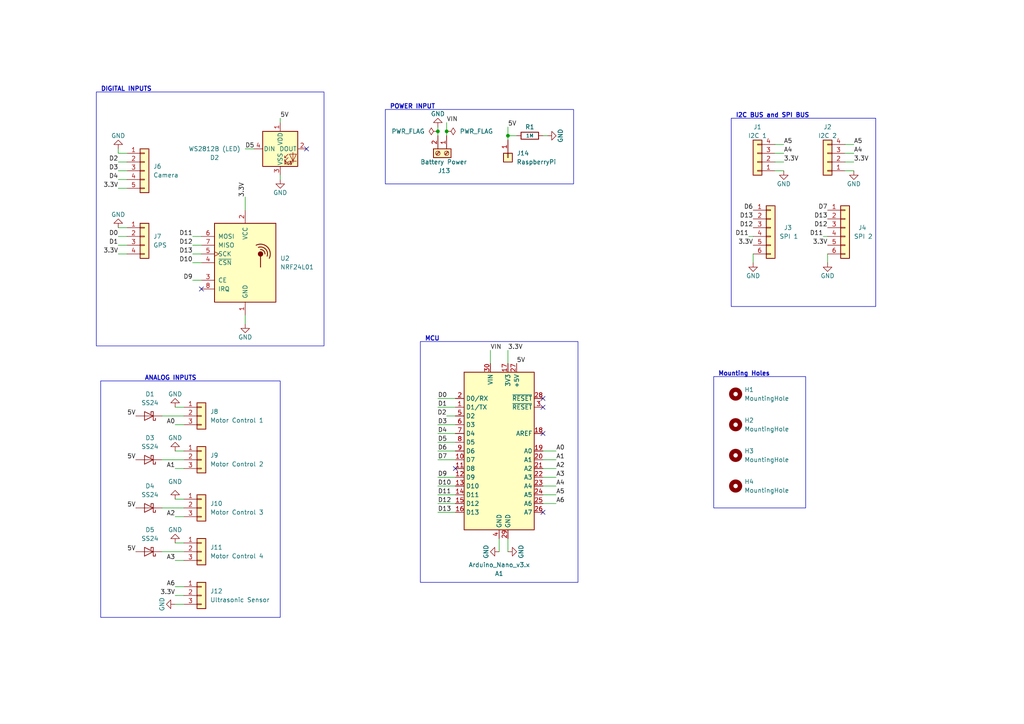
<source format=kicad_sch>
(kicad_sch (version 20230121) (generator eeschema)
  (paper "A4")
  (lib_symbols
    (symbol "Connector:Screw_Terminal_01x02" (pin_names (offset 1.016) hide)
      (property "Reference" "J" (at 0 2.54 0))
      (property "Value" "Screw_Terminal_01x02" (at 0 -5.08 0))
      (symbol "Screw_Terminal_01x02_1_1"
        (rectangle (start -1.27 1.27) (end 1.27 -3.81) (stroke (width 0.254)) (fill (type background)))
        (circle (center 0 -2.54) (radius 0.635) (stroke (width 0.1524)))
        (polyline (pts (xy -0.5334 -2.2098) (xy 0.3302 -3.048)) (stroke (width 0.1524)))
        (polyline (pts (xy -0.5334 0.3302) (xy 0.3302 -0.508)) (stroke (width 0.1524)))
        (polyline (pts (xy -0.3556 -2.032) (xy 0.508 -2.8702)) (stroke (width 0.1524)))
        (polyline (pts (xy -0.3556 0.508) (xy 0.508 -0.3302)) (stroke (width 0.1524)))
        (circle (center 0 0) (radius 0.635) (stroke (width 0.1524)))
        (pin passive line (at -5.08 0 0) (length 3.81) (name "Pin_1") (number "1"))
        (pin passive line (at -5.08 -2.54 0) (length 3.81) (name "Pin_2") (number "2"))
      )
    )
    (symbol "Connector_Generic:Conn_01x01" (pin_names (offset 1.016) hide)
      (property "Reference" "J" (at 0 2.54 0))
      (property "Value" "Conn_01x01" (at 0 -2.54 0))
      (symbol "Conn_01x01_1_1"
        (rectangle (start -1.27 0.127) (end 0 -0.127) (stroke (width 0.1524)))
        (rectangle (start -1.27 1.27) (end 1.27 -1.27) (stroke (width 0.254)) (fill (type background)))
        (pin passive line (at -5.08 0 0) (length 3.81) (name "Pin_1") (number "1"))
      )
    )
    (symbol "Connector_Generic:Conn_01x03" (pin_names (offset 1.016) hide)
      (property "Reference" "J" (at 0 5.08 0))
      (property "Value" "Conn_01x03" (at 0 -5.08 0))
      (symbol "Conn_01x03_1_1"
        (rectangle (start -1.27 -2.413) (end 0 -2.667) (stroke (width 0.1524)))
        (rectangle (start -1.27 0.127) (end 0 -0.127) (stroke (width 0.1524)))
        (rectangle (start -1.27 2.667) (end 0 2.413) (stroke (width 0.1524)))
        (rectangle (start -1.27 3.81) (end 1.27 -3.81) (stroke (width 0.254)) (fill (type background)))
        (pin passive line (at -5.08 2.54 0) (length 3.81) (name "Pin_1") (number "1"))
        (pin passive line (at -5.08 0 0) (length 3.81) (name "Pin_2") (number "2"))
        (pin passive line (at -5.08 -2.54 0) (length 3.81) (name "Pin_3") (number "3"))
      )
    )
    (symbol "Connector_Generic:Conn_01x04" (pin_names (offset 1.016) hide)
      (property "Reference" "J" (at 0 5.08 0))
      (property "Value" "Conn_01x04" (at 0 -7.62 0))
      (symbol "Conn_01x04_1_1"
        (rectangle (start -1.27 -4.953) (end 0 -5.207) (stroke (width 0.1524)))
        (rectangle (start -1.27 -2.413) (end 0 -2.667) (stroke (width 0.1524)))
        (rectangle (start -1.27 0.127) (end 0 -0.127) (stroke (width 0.1524)))
        (rectangle (start -1.27 2.667) (end 0 2.413) (stroke (width 0.1524)))
        (rectangle (start -1.27 3.81) (end 1.27 -6.35) (stroke (width 0.254)) (fill (type background)))
        (pin passive line (at -5.08 2.54 0) (length 3.81) (name "Pin_1") (number "1"))
        (pin passive line (at -5.08 0 0) (length 3.81) (name "Pin_2") (number "2"))
        (pin passive line (at -5.08 -2.54 0) (length 3.81) (name "Pin_3") (number "3"))
        (pin passive line (at -5.08 -5.08 0) (length 3.81) (name "Pin_4") (number "4"))
      )
    )
    (symbol "Connector_Generic:Conn_01x05" (pin_names (offset 1.016) hide)
      (property "Reference" "J" (at 0 7.62 0))
      (property "Value" "Conn_01x05" (at 0 -7.62 0))
      (symbol "Conn_01x05_1_1"
        (rectangle (start -1.27 -4.953) (end 0 -5.207) (stroke (width 0.1524)))
        (rectangle (start -1.27 -2.413) (end 0 -2.667) (stroke (width 0.1524)))
        (rectangle (start -1.27 0.127) (end 0 -0.127) (stroke (width 0.1524)))
        (rectangle (start -1.27 2.667) (end 0 2.413) (stroke (width 0.1524)))
        (rectangle (start -1.27 5.207) (end 0 4.953) (stroke (width 0.1524)))
        (rectangle (start -1.27 6.35) (end 1.27 -6.35) (stroke (width 0.254)) (fill (type background)))
        (pin passive line (at -5.08 5.08 0) (length 3.81) (name "Pin_1") (number "1"))
        (pin passive line (at -5.08 2.54 0) (length 3.81) (name "Pin_2") (number "2"))
        (pin passive line (at -5.08 0 0) (length 3.81) (name "Pin_3") (number "3"))
        (pin passive line (at -5.08 -2.54 0) (length 3.81) (name "Pin_4") (number "4"))
        (pin passive line (at -5.08 -5.08 0) (length 3.81) (name "Pin_5") (number "5"))
      )
    )
    (symbol "Connector_Generic:Conn_01x06" (pin_names (offset 1.016) hide)
      (property "Reference" "J" (at 0 7.62 0))
      (property "Value" "Conn_01x06" (at 0 -10.16 0))
      (symbol "Conn_01x06_1_1"
        (rectangle (start -1.27 -7.493) (end 0 -7.747) (stroke (width 0.1524)))
        (rectangle (start -1.27 -4.953) (end 0 -5.207) (stroke (width 0.1524)))
        (rectangle (start -1.27 -2.413) (end 0 -2.667) (stroke (width 0.1524)))
        (rectangle (start -1.27 0.127) (end 0 -0.127) (stroke (width 0.1524)))
        (rectangle (start -1.27 2.667) (end 0 2.413) (stroke (width 0.1524)))
        (rectangle (start -1.27 5.207) (end 0 4.953) (stroke (width 0.1524)))
        (rectangle (start -1.27 6.35) (end 1.27 -8.89) (stroke (width 0.254)) (fill (type background)))
        (pin passive line (at -5.08 5.08 0) (length 3.81) (name "Pin_1") (number "1"))
        (pin passive line (at -5.08 2.54 0) (length 3.81) (name "Pin_2") (number "2"))
        (pin passive line (at -5.08 0 0) (length 3.81) (name "Pin_3") (number "3"))
        (pin passive line (at -5.08 -2.54 0) (length 3.81) (name "Pin_4") (number "4"))
        (pin passive line (at -5.08 -5.08 0) (length 3.81) (name "Pin_5") (number "5"))
        (pin passive line (at -5.08 -7.62 0) (length 3.81) (name "Pin_6") (number "6"))
      )
    )
    (symbol "Device:R" (pin_numbers hide) (pin_names (offset 0))
      (property "Reference" "R" (at 2.032 0 90))
      (property "Value" "R" (at 0 0 90))
      (symbol "R_0_1"
        (rectangle (start -1.016 -2.54) (end 1.016 2.54) (stroke (width 0.254)))
      )
      (symbol "R_1_1"
        (pin passive line (at 0 3.81 270) (length 1.27) (name "~") (number "1"))
        (pin passive line (at 0 -3.81 90) (length 1.27) (name "~") (number "2"))
      )
    )
    (symbol "Diode:PMEG1020EH" (pin_numbers hide) (pin_names hide)
      (property "Reference" "D" (at 0 2.54 0))
      (property "Value" "PMEG1020EH" (at 0 -2.54 0))
      (symbol "PMEG1020EH_0_1"
        (polyline (pts (xy 1.27 0) (xy -1.27 0)))
        (polyline (pts (xy 1.27 1.27) (xy 1.27 -1.27) (xy -1.27 0) (xy 1.27 1.27)) (stroke (width 0.2032)))
        (polyline (pts (xy -1.905 0.635) (xy -1.905 1.27) (xy -1.27 1.27) (xy -1.27 -1.27) (xy -0.635 -1.27) (xy -0.635 -0.635)) (stroke (width 0.2032)))
      )
      (symbol "PMEG1020EH_1_1"
        (pin passive line (at -3.81 0 0) (length 2.54) (name "K") (number "1"))
        (pin passive line (at 3.81 0 180) (length 2.54) (name "A") (number "2"))
      )
    )
    (symbol "LED:WS2812B" (pin_names (offset 0.254))
      (property "Reference" "D" (at 5.08 5.715 0))
      (property "Value" "WS2812B" (at 1.27 -5.715 0))
      (symbol "WS2812B_0_0"
        (text "RGB" (at 2.286 -4.191 0) (effects (font (size 0.762 0.762))))
      )
      (symbol "WS2812B_0_1"
        (polyline (pts (xy 1.27 -3.556) (xy 1.778 -3.556)))
        (polyline (pts (xy 1.27 -2.54) (xy 1.778 -2.54)))
        (polyline (pts (xy 4.699 -3.556) (xy 2.667 -3.556)))
        (polyline (pts (xy 2.286 -2.54) (xy 1.27 -3.556) (xy 1.27 -3.048)))
        (polyline (pts (xy 2.286 -1.524) (xy 1.27 -2.54) (xy 1.27 -2.032)))
        (polyline (pts (xy 3.683 -1.016) (xy 3.683 -3.556) (xy 3.683 -4.064)))
        (polyline (pts (xy 4.699 -1.524) (xy 2.667 -1.524) (xy 3.683 -3.556) (xy 4.699 -1.524)))
        (rectangle (start 5.08 5.08) (end -5.08 -5.08) (stroke (width 0.254)) (fill (type background)))
      )
      (symbol "WS2812B_1_1"
        (pin power_in line (at 0 7.62 270) (length 2.54) (name "VDD") (number "1"))
        (pin output line (at 7.62 0 180) (length 2.54) (name "DOUT") (number "2"))
        (pin power_in line (at 0 -7.62 90) (length 2.54) (name "VSS") (number "3"))
        (pin input line (at -7.62 0 0) (length 2.54) (name "DIN") (number "4"))
      )
    )
    (symbol "MCU_Module:Arduino_Nano_v3.x"
      (property "Reference" "A" (at -10.16 23.495 0))
      (property "Value" "Arduino_Nano_v3.x" (at 5.08 -24.13 0))
      (symbol "Arduino_Nano_v3.x_0_1"
        (rectangle (start -10.16 22.86) (end 10.16 -22.86) (stroke (width 0.254)) (fill (type background)))
      )
      (symbol "Arduino_Nano_v3.x_1_1"
        (pin bidirectional line (at -12.7 12.7 0) (length 2.54) (name "D1/TX") (number "1"))
        (pin bidirectional line (at -12.7 -2.54 0) (length 2.54) (name "D7") (number "10"))
        (pin bidirectional line (at -12.7 -5.08 0) (length 2.54) (name "D8") (number "11"))
        (pin bidirectional line (at -12.7 -7.62 0) (length 2.54) (name "D9") (number "12"))
        (pin bidirectional line (at -12.7 -10.16 0) (length 2.54) (name "D10") (number "13"))
        (pin bidirectional line (at -12.7 -12.7 0) (length 2.54) (name "D11") (number "14"))
        (pin bidirectional line (at -12.7 -15.24 0) (length 2.54) (name "D12") (number "15"))
        (pin bidirectional line (at -12.7 -17.78 0) (length 2.54) (name "D13") (number "16"))
        (pin power_out line (at 2.54 25.4 270) (length 2.54) (name "3V3") (number "17"))
        (pin input line (at 12.7 5.08 180) (length 2.54) (name "AREF") (number "18"))
        (pin bidirectional line (at 12.7 0 180) (length 2.54) (name "A0") (number "19"))
        (pin bidirectional line (at -12.7 15.24 0) (length 2.54) (name "D0/RX") (number "2"))
        (pin bidirectional line (at 12.7 -2.54 180) (length 2.54) (name "A1") (number "20"))
        (pin bidirectional line (at 12.7 -5.08 180) (length 2.54) (name "A2") (number "21"))
        (pin bidirectional line (at 12.7 -7.62 180) (length 2.54) (name "A3") (number "22"))
        (pin bidirectional line (at 12.7 -10.16 180) (length 2.54) (name "A4") (number "23"))
        (pin bidirectional line (at 12.7 -12.7 180) (length 2.54) (name "A5") (number "24"))
        (pin bidirectional line (at 12.7 -15.24 180) (length 2.54) (name "A6") (number "25"))
        (pin bidirectional line (at 12.7 -17.78 180) (length 2.54) (name "A7") (number "26"))
        (pin power_out line (at 5.08 25.4 270) (length 2.54) (name "+5V") (number "27"))
        (pin input line (at 12.7 15.24 180) (length 2.54) (name "~{RESET}") (number "28"))
        (pin power_in line (at 2.54 -25.4 90) (length 2.54) (name "GND") (number "29"))
        (pin input line (at 12.7 12.7 180) (length 2.54) (name "~{RESET}") (number "3"))
        (pin power_in line (at -2.54 25.4 270) (length 2.54) (name "VIN") (number "30"))
        (pin power_in line (at 0 -25.4 90) (length 2.54) (name "GND") (number "4"))
        (pin bidirectional line (at -12.7 10.16 0) (length 2.54) (name "D2") (number "5"))
        (pin bidirectional line (at -12.7 7.62 0) (length 2.54) (name "D3") (number "6"))
        (pin bidirectional line (at -12.7 5.08 0) (length 2.54) (name "D4") (number "7"))
        (pin bidirectional line (at -12.7 2.54 0) (length 2.54) (name "D5") (number "8"))
        (pin bidirectional line (at -12.7 0 0) (length 2.54) (name "D6") (number "9"))
      )
    )
    (symbol "Mechanical:MountingHole" (pin_names (offset 1.016))
      (property "Reference" "H" (at 0 5.08 0))
      (property "Value" "MountingHole" (at 0 3.175 0))
      (symbol "MountingHole_0_1"
        (circle (center 0 0) (radius 1.27) (stroke (width 1.27)))
      )
    )
    (symbol "RF:NRF24L01_Breakout" (pin_names (offset 1.016))
      (property "Reference" "U" (at -8.89 12.7 0))
      (property "Value" "NRF24L01_Breakout" (at 3.81 12.7 0))
      (symbol "NRF24L01_Breakout_0_1"
        (rectangle (start -8.89 11.43) (end 8.89 -11.43) (stroke (width 0.254)) (fill (type background)))
        (polyline (pts (xy 4.445 1.905) (xy 4.445 -1.27)) (stroke (width 0.254)))
        (circle (center 4.445 2.54) (radius 0.635) (stroke (width 0.254)) (fill (type outline)))
        (arc (start 5.715 2.54) (mid 5.3521 3.4546) (end 4.445 3.81) (stroke (width 0.254)))
        (arc (start 6.35 1.905) (mid 5.8763 3.9854) (end 3.81 4.445) (stroke (width 0.254)))
        (arc (start 6.985 1.27) (mid 6.453 4.548) (end 3.175 5.08) (stroke (width 0.254)))
      )
      (symbol "NRF24L01_Breakout_1_1"
        (pin power_in line (at 0 -15.24 90) (length 3.81) (name "GND") (number "1"))
        (pin power_in line (at 0 15.24 270) (length 3.81) (name "VCC") (number "2"))
        (pin input line (at -12.7 -5.08 0) (length 3.81) (name "CE") (number "3"))
        (pin input line (at -12.7 0 0) (length 3.81) (name "~{CSN}") (number "4"))
        (pin input clock (at -12.7 2.54 0) (length 3.81) (name "SCK") (number "5"))
        (pin input line (at -12.7 7.62 0) (length 3.81) (name "MOSI") (number "6"))
        (pin output line (at -12.7 5.08 0) (length 3.81) (name "MISO") (number "7"))
        (pin output line (at -12.7 -7.62 0) (length 3.81) (name "IRQ") (number "8"))
      )
    )
    (symbol "power:GND" (power) (pin_names (offset 0))
      (property "Value" "GND" (at 0 -3.81 0))
      (symbol "GND_0_1"
        (polyline (pts (xy 0 0) (xy 0 -1.27) (xy 1.27 -1.27) (xy 0 -2.54) (xy -1.27 -1.27) (xy 0 -1.27)))
      )
      (symbol "GND_1_1"
        (pin power_in line (at 0 0 270) (length 0) hide (name "GND") (number "1"))
      )
    )
    (symbol "power:PWR_FLAG" (power) (pin_numbers hide) (pin_names (offset 0) hide)
      (property "Value" "PWR_FLAG" (at 0 3.81 0))
      (symbol "PWR_FLAG_0_0"
        (pin power_out line (at 0 0 90) (length 0) (name "pwr") (number "1"))
      )
      (symbol "PWR_FLAG_0_1"
        (polyline (pts (xy 0 0) (xy 0 1.27) (xy -1.016 1.905) (xy 0 2.54) (xy 1.016 1.905) (xy 0 1.27)))
      )
    )
  )
  (junction (at 127 38.1))
  (junction (at 129.54 38.1))
  (junction (at 147.32 39.37))
  (no_connect (at 157.48 125.73))
  (no_connect (at 157.48 148.59))
  (no_connect (at 157.48 118.11))
  (no_connect (at 157.48 115.57))
  (no_connect (at 132.08 135.89))
  (no_connect (at 88.9 43.18))
  (no_connect (at 58.42 83.82))
  (wire (pts (xy 144.78 156.21) (xy 144.78 160.02)))
  (wire (pts (xy 55.88 68.58) (xy 58.42 68.58)))
  (wire (pts (xy 71.12 43.18) (xy 73.66 43.18)))
  (wire (pts (xy 127 133.35) (xy 132.08 133.35)))
  (wire (pts (xy 50.8 123.19) (xy 53.34 123.19)))
  (wire (pts (xy 50.8 172.72) (xy 53.34 172.72)))
  (wire (pts (xy 247.65 49.53) (xy 245.11 49.53)))
  (wire (pts (xy 238.76 68.58) (xy 240.03 68.58)))
  (wire (pts (xy 147.32 156.21) (xy 147.32 160.02)))
  (wire (pts (xy 127 148.59) (xy 132.08 148.59)))
  (wire (pts (xy 50.8 149.86) (xy 53.34 149.86)))
  (wire (pts (xy 161.29 143.51) (xy 157.48 143.51)))
  (wire (pts (xy 247.65 44.45) (xy 245.11 44.45)))
  (wire (pts (xy 127 143.51) (xy 132.08 143.51)))
  (wire (pts (xy 127 123.19) (xy 132.08 123.19)))
  (wire (pts (xy 161.29 133.35) (xy 157.48 133.35)))
  (wire (pts (xy 34.29 46.99) (xy 36.83 46.99)))
  (wire (pts (xy 147.32 36.83) (xy 147.32 39.37)))
  (wire (pts (xy 50.8 175.26) (xy 53.34 175.26)))
  (wire (pts (xy 127 128.27) (xy 132.08 128.27)))
  (wire (pts (xy 161.29 138.43) (xy 157.48 138.43)))
  (wire (pts (xy 50.8 170.18) (xy 53.34 170.18)))
  (wire (pts (xy 71.12 57.15) (xy 71.12 60.96)))
  (wire (pts (xy 147.32 101.6) (xy 147.32 105.41)))
  (wire (pts (xy 50.8 162.56) (xy 53.34 162.56)))
  (wire (pts (xy 34.29 71.12) (xy 36.83 71.12)))
  (wire (pts (xy 46.99 160.02) (xy 53.34 160.02)))
  (wire (pts (xy 34.29 54.61) (xy 36.83 54.61)))
  (wire (pts (xy 50.8 157.48) (xy 53.34 157.48)))
  (wire (pts (xy 81.28 52.07) (xy 81.28 50.8)))
  (wire (pts (xy 157.48 39.37) (xy 158.75 39.37)))
  (wire (pts (xy 227.33 41.91) (xy 224.79 41.91)))
  (wire (pts (xy 227.33 49.53) (xy 224.79 49.53)))
  (wire (pts (xy 161.29 146.05) (xy 157.48 146.05)))
  (wire (pts (xy 46.99 120.65) (xy 53.34 120.65)))
  (wire (pts (xy 227.33 46.99) (xy 224.79 46.99)))
  (wire (pts (xy 34.29 66.04) (xy 36.83 66.04)))
  (wire (pts (xy 147.32 39.37) (xy 147.32 40.64)))
  (wire (pts (xy 127 125.73) (xy 132.08 125.73)))
  (wire (pts (xy 240.03 76.2) (xy 240.03 73.66)))
  (wire (pts (xy 50.8 144.78) (xy 53.34 144.78)))
  (wire (pts (xy 161.29 135.89) (xy 157.48 135.89)))
  (wire (pts (xy 55.88 71.12) (xy 58.42 71.12)))
  (wire (pts (xy 161.29 130.81) (xy 157.48 130.81)))
  (wire (pts (xy 127 138.43) (xy 132.08 138.43)))
  (wire (pts (xy 50.8 135.89) (xy 53.34 135.89)))
  (wire (pts (xy 218.44 76.2) (xy 218.44 73.66)))
  (wire (pts (xy 142.24 101.6) (xy 142.24 105.41)))
  (wire (pts (xy 34.29 68.58) (xy 36.83 68.58)))
  (wire (pts (xy 149.86 39.37) (xy 147.32 39.37)))
  (wire (pts (xy 34.29 73.66) (xy 36.83 73.66)))
  (wire (pts (xy 71.12 93.98) (xy 71.12 91.44)))
  (wire (pts (xy 34.29 52.07) (xy 36.83 52.07)))
  (wire (pts (xy 161.29 140.97) (xy 157.48 140.97)))
  (wire (pts (xy 46.99 147.32) (xy 53.34 147.32)))
  (wire (pts (xy 55.88 73.66) (xy 58.42 73.66)))
  (wire (pts (xy 81.28 34.29) (xy 81.28 35.56)))
  (wire (pts (xy 127 130.81) (xy 132.08 130.81)))
  (wire (pts (xy 217.17 68.58) (xy 218.44 68.58)))
  (wire (pts (xy 129.54 35.56) (xy 129.54 38.1)))
  (wire (pts (xy 34.29 49.53) (xy 36.83 49.53)))
  (wire (pts (xy 127 38.1) (xy 127 39.37)))
  (wire (pts (xy 127 146.05) (xy 132.08 146.05)))
  (wire (pts (xy 127 140.97) (xy 132.08 140.97)))
  (wire (pts (xy 55.88 81.28) (xy 58.42 81.28)))
  (wire (pts (xy 34.29 44.45) (xy 36.83 44.45)))
  (wire (pts (xy 127 118.11) (xy 132.08 118.11)))
  (wire (pts (xy 46.99 133.35) (xy 53.34 133.35)))
  (wire (pts (xy 127 115.57) (xy 132.08 115.57)))
  (wire (pts (xy 127 36.83) (xy 127 38.1)))
  (wire (pts (xy 227.33 44.45) (xy 224.79 44.45)))
  (wire (pts (xy 50.8 130.81) (xy 53.34 130.81)))
  (wire (pts (xy 55.88 76.2) (xy 58.42 76.2)))
  (wire (pts (xy 247.65 41.91) (xy 245.11 41.91)))
  (wire (pts (xy 129.54 38.1) (xy 129.54 39.37)))
  (wire (pts (xy 129.54 120.65) (xy 132.08 120.65)))
  (wire (pts (xy 50.8 118.11) (xy 53.34 118.11)))
  (wire (pts (xy 34.29 43.18) (xy 34.29 44.45)))
  (wire (pts (xy 247.65 46.99) (xy 245.11 46.99)))
  (rectangle (start 121.92 99.06) (end 167.64 168.91))
  (rectangle (start 27.94 26.67) (end 93.98 100.33))
  (rectangle (start 207.01 109.22) (end 233.68 147.32))
  (rectangle (start 29.21 110.49) (end 81.28 179.07))
  (rectangle (start 212.09 34.29) (end 254 88.9))
  (rectangle (start 111.76 31.75) (end 166.37 53.34))
  (text "I2C BUS and SPI BUS" (at 213.36 34.29 0) (effects (font (size 1.27 1.27) bold) (justify left bottom)))
  (text "Mounting Holes" (at 208.28 109.22 0) (effects (font (size 1.27 1.27) bold) (justify left bottom)))
  (text "POWER INPUT" (at 113.03 31.75 0) (effects (font (size 1.27 1.27) bold) (justify left bottom)))
  (text "MCU" (at 123.19 99.06 0) (effects (font (size 1.27 1.27) (thickness 0.254) bold) (justify left bottom)))
  (text "DIGITAL INPUTS" (at 29.21 26.67 0) (effects (font (size 1.27 1.27) bold) (justify left bottom)))
  (text "ANALOG INPUTS" (at 41.91 110.49 0) (effects (font (size 1.27 1.27) (thickness 0.254) bold) (justify left bottom)))
  (label "D10" (at 127 140.97 0))
  (label "D7" (at 127 133.35 0))
  (label "D5" (at 71.12 43.18 0))
  (label "A6" (at 50.8 170.18 180))
  (label "D5" (at 127 128.27 0))
  (label "D3" (at 34.29 49.53 180))
  (label "D6" (at 218.44 60.96 180))
  (label "A5" (at 161.29 143.51 0))
  (label "D4" (at 127 125.73 0))
  (label "D11" (at 217.17 68.58 180))
  (label "5V" (at 39.37 120.65 180))
  (label "A0" (at 50.8 123.19 180))
  (label "3.3V" (at 247.65 46.99 0))
  (label "D12" (at 218.44 66.04 180))
  (label "A3" (at 50.8 162.56 180))
  (label "D1" (at 127 118.11 0))
  (label "A1" (at 50.8 135.89 180))
  (label "D4" (at 34.29 52.07 180))
  (label "D10" (at 55.88 76.2 180))
  (label "3.3V" (at 218.44 71.12 180))
  (label "D13" (at 55.88 73.66 180))
  (label "3.3V" (at 147.32 101.6 0))
  (label "D9" (at 55.88 81.28 180))
  (label "A2" (at 161.29 135.89 0))
  (label "5V" (at 39.37 133.35 180))
  (label "A3" (at 161.29 138.43 0))
  (label "A5" (at 247.65 41.91 0))
  (label "D9" (at 127 138.43 0))
  (label "3.3V" (at 240.03 71.12 180))
  (label "A4" (at 227.33 44.45 0))
  (label "3.3V" (at 71.12 57.15 90))
  (label "D13" (at 218.44 63.5 180))
  (label "5V" (at 147.32 36.83 0))
  (label "A2" (at 50.8 149.86 180))
  (label "A6" (at 161.29 146.05 0))
  (label "5V" (at 149.86 105.41 0))
  (label "D13" (at 240.03 63.5 180))
  (label "D11" (at 238.76 68.58 180))
  (label "D11" (at 55.88 68.58 180))
  (label "A5" (at 227.33 41.91 0))
  (label "D12" (at 127 146.05 0))
  (label "5V" (at 81.28 34.29 0))
  (label "5V" (at 39.37 160.02 180))
  (label "D2" (at 34.29 46.99 180))
  (label "VIN" (at 142.24 101.6 0))
  (label "D12" (at 55.88 71.12 180))
  (label "D12" (at 240.03 66.04 180))
  (label "3.3V" (at 227.33 46.99 0))
  (label "D1" (at 34.29 71.12 180))
  (label "D6" (at 127 130.81 0))
  (label "D7" (at 240.03 60.96 180))
  (label "D13" (at 127 148.59 0))
  (label "A0" (at 161.29 130.81 0))
  (label "D0" (at 34.29 68.58 180))
  (label "A4" (at 161.29 140.97 0))
  (label "D0" (at 127 115.57 0))
  (label "5V" (at 39.37 147.32 180))
  (label "VIN" (at 129.54 35.56 0))
  (label "D11" (at 127 143.51 0))
  (label "A4" (at 247.65 44.45 0))
  (label "3.3V" (at 34.29 73.66 180))
  (label "D3" (at 127 123.19 0))
  (label "A1" (at 161.29 133.35 0))
  (label "3.3V" (at 50.8 172.72 180))
  (label "3.3V" (at 34.29 54.61 180))
  (label "D2" (at 129.54 120.65 180))
  (symbol (lib_id "Connector_Generic:Conn_01x04") (at 41.91 68.58 0) (unit 1)
    (property "Reference" "J7" (at 44.45 68.58 0) (effects (justify left)))
    (property "Value" "GPS" (at 44.45 71.12 0) (effects (justify left)))
    (property "Footprint" "Connector_PinHeader_2.54mm:PinHeader_1x04_P2.54mm_Vertical" (effects hide))
  )
  (symbol (lib_id "Connector_Generic:Conn_01x03") (at 58.42 172.72 0) (unit 1)
    (property "Reference" "J12" (at 60.96 171.45 0) (effects (justify left)))
    (property "Value" "Ultrasonic Sensor" (at 60.96 173.99 0) (effects (justify left)))
    (property "Footprint" "Connector_JST:JST_PH_S3B-PH-K_1x03_P2.00mm_Horizontal" (effects hide))
  )
  (symbol (lib_id "RF:NRF24L01_Breakout") (at 71.12 76.2 0) (unit 1)
    (property "Reference" "U2" (at 81.28 74.93 0) (effects (justify left)))
    (property "Value" "NRF24L01" (at 81.28 77.47 0) (effects (justify left)))
    (property "Footprint" "Connector_PinHeader_2.54mm:PinHeader_2x04_P2.54mm_Vertical" (effects hide))
    (property "Datasheet" "http://www.nordicsemi.com/eng/content/download/2730/34105/file/nRF24L01_Product_Specification_v2_0.pdf" (effects hide))
  )
  (symbol (lib_id "power:GND") (at 50.8 157.48 180) (unit 1)
    (property "Reference" "#PWR018" (effects hide))
    (property "Value" "GND" (at 50.8 153.67 0))
  )
  (symbol (lib_id "LED:WS2812B") (at 81.28 43.18 0) (unit 1)
    (property "Reference" "D2" (at 62.23 45.72 0))
    (property "Value" "WS2812B (LED)" (at 62.23 43.18 0))
    (property "Footprint" "LED_SMD:LED_WS2812B_PLCC4_5.0x5.0mm_P3.2mm" (effects hide))
    (property "Datasheet" "https://cdn-shop.adafruit.com/datasheets/WS2812B.pdf" (effects hide))
  )
  (symbol (lib_id "Diode:PMEG1020EH") (at 43.18 133.35 180) (unit 1)
    (property "Reference" "D3" (at 43.4975 127 0))
    (property "Value" "SS24" (at 43.4975 129.54 0))
    (property "Footprint" "Diode_SMD:D_SOD-123F" (effects hide))
    (property "Datasheet" "https://assets.nexperia.com/documents/data-sheet/PMEG1020EH_EJ.pdf" (effects hide))
  )
  (symbol (lib_id "power:GND") (at 81.28 52.07 0) (unit 1)
    (property "Reference" "#PWR04" (effects hide))
    (property "Value" "GND" (at 81.28 55.88 0))
  )
  (symbol (lib_id "Diode:PMEG1020EH") (at 43.18 147.32 180) (unit 1)
    (property "Reference" "D4" (at 43.4975 140.97 0))
    (property "Value" "SS24" (at 43.4975 143.51 0))
    (property "Footprint" "Diode_SMD:D_SOD-123F" (effects hide))
    (property "Datasheet" "https://assets.nexperia.com/documents/data-sheet/PMEG1020EH_EJ.pdf" (effects hide))
  )
  (symbol (lib_id "power:GND") (at 34.29 66.04 180) (unit 1)
    (property "Reference" "#PWR013" (effects hide))
    (property "Value" "GND" (at 34.29 62.23 0))
  )
  (symbol (lib_id "power:GND") (at 50.8 118.11 180) (unit 1)
    (property "Reference" "#PWR015" (effects hide))
    (property "Value" "GND" (at 50.8 114.3 0))
  )
  (symbol (lib_id "Mechanical:MountingHole") (at 213.36 132.08 0) (unit 1)
    (property "Reference" "H3" (at 215.9 130.81 0) (effects (justify left)))
    (property "Value" "MountingHole" (at 215.9 133.35 0) (effects (justify left)))
    (property "Footprint" "MountingHole:MountingHole_2.7mm_M2.5" (effects hide))
  )
  (symbol (lib_id "power:PWR_FLAG") (at 127 38.1 90) (unit 1)
    (property "Reference" "#FLG02" (effects hide))
    (property "Value" "PWR_FLAG" (at 123.19 38.1 90) (effects (justify left)))
  )
  (symbol (lib_id "power:GND") (at 50.8 175.26 270) (unit 1)
    (property "Reference" "#PWR01" (effects hide))
    (property "Value" "GND" (at 46.99 175.26 0))
  )
  (symbol (lib_id "power:GND") (at 158.75 39.37 90) (unit 1)
    (property "Reference" "#PWR03" (effects hide))
    (property "Value" "GND" (at 162.56 39.37 0))
  )
  (symbol (lib_id "Mechanical:MountingHole") (at 213.36 140.97 0) (unit 1)
    (property "Reference" "H4" (at 215.9 139.7 0) (effects (justify left)))
    (property "Value" "MountingHole" (at 215.9 142.24 0) (effects (justify left)))
    (property "Footprint" "MountingHole:MountingHole_2.7mm_M2.5" (effects hide))
  )
  (symbol (lib_id "power:GND") (at 247.65 49.53 0) (unit 1)
    (property "Reference" "#PWR05" (effects hide))
    (property "Value" "GND" (at 247.65 53.34 0))
  )
  (symbol (lib_id "Connector_Generic:Conn_01x01") (at 147.32 45.72 270) (unit 1)
    (property "Reference" "J14" (at 149.86 44.45 90) (effects (justify left)))
    (property "Value" "RaspberryPi" (at 149.86 46.99 90) (effects (justify left)))
    (property "Footprint" "Connector_PinHeader_2.54mm:PinHeader_1x01_P2.54mm_Vertical" (effects hide))
  )
  (symbol (lib_id "power:GND") (at 227.33 49.53 0) (unit 1)
    (property "Reference" "#PWR07" (effects hide))
    (property "Value" "GND" (at 227.33 53.34 0))
  )
  (symbol (lib_id "Diode:PMEG1020EH") (at 43.18 160.02 180) (unit 1)
    (property "Reference" "D5" (at 43.4975 153.67 0))
    (property "Value" "SS24" (at 43.4975 156.21 0))
    (property "Footprint" "Diode_SMD:D_SOD-123F" (effects hide))
    (property "Datasheet" "https://assets.nexperia.com/documents/data-sheet/PMEG1020EH_EJ.pdf" (effects hide))
  )
  (symbol (lib_id "power:GND") (at 240.03 76.2 0) (unit 1)
    (property "Reference" "#PWR08" (effects hide))
    (property "Value" "GND" (at 240.03 80.01 0))
  )
  (symbol (lib_id "Connector_Generic:Conn_01x04") (at 240.03 46.99 180) (unit 1)
    (property "Reference" "J2" (at 240.03 36.83 0))
    (property "Value" "I2C 2" (at 240.03 39.37 0))
    (property "Footprint" "Connector_JST:JST_PH_S4B-PH-K_1x04_P2.00mm_Horizontal" (effects hide))
  )
  (symbol (lib_id "power:PWR_FLAG") (at 129.54 38.1 270) (unit 1)
    (property "Reference" "#FLG01" (effects hide))
    (property "Value" "PWR_FLAG" (at 133.35 38.1 90) (effects (justify left)))
  )
  (symbol (lib_id "power:GND") (at 50.8 130.81 180) (unit 1)
    (property "Reference" "#PWR016" (effects hide))
    (property "Value" "GND" (at 50.8 127 0))
  )
  (symbol (lib_id "power:GND") (at 127 36.83 180) (unit 1)
    (property "Reference" "#PWR02" (effects hide))
    (property "Value" "GND" (at 127 33.02 0))
  )
  (symbol (lib_id "Mechanical:MountingHole") (at 213.36 114.3 0) (unit 1)
    (property "Reference" "H1" (at 215.9 113.03 0) (effects (justify left)))
    (property "Value" "MountingHole" (at 215.9 115.57 0) (effects (justify left)))
    (property "Footprint" "MountingHole:MountingHole_2.7mm_M2.5" (effects hide))
  )
  (symbol (lib_id "Connector_Generic:Conn_01x03") (at 58.42 133.35 0) (unit 1)
    (property "Reference" "J9" (at 60.96 132.08 0) (effects (justify left)))
    (property "Value" "Motor Control 2" (at 60.96 134.62 0) (effects (justify left)))
    (property "Footprint" "Connector_PinHeader_2.54mm:PinHeader_1x03_P2.54mm_Vertical" (effects hide))
  )
  (symbol (lib_id "Connector_Generic:Conn_01x06") (at 223.52 66.04 0) (unit 1)
    (property "Reference" "J3" (at 227.33 66.04 0) (effects (justify left)))
    (property "Value" "SPI 1" (at 226.06 68.58 0) (effects (justify left)))
    (property "Footprint" "Connector_JST:JST_PH_S6B-PH-K_1x06_P2.00mm_Horizontal" (effects hide))
  )
  (symbol (lib_id "Connector_Generic:Conn_01x03") (at 58.42 147.32 0) (unit 1)
    (property "Reference" "J10" (at 60.96 146.05 0) (effects (justify left)))
    (property "Value" "Motor Control 3" (at 60.96 148.59 0) (effects (justify left)))
    (property "Footprint" "Connector_PinHeader_2.54mm:PinHeader_1x03_P2.54mm_Vertical" (effects hide))
  )
  (symbol (lib_id "Connector_Generic:Conn_01x04") (at 219.71 46.99 180) (unit 1)
    (property "Reference" "J1" (at 219.71 36.83 0))
    (property "Value" "I2C 1" (at 219.71 39.37 0))
    (property "Footprint" "Connector_JST:JST_PH_S4B-PH-K_1x04_P2.00mm_Horizontal" (effects hide))
  )
  (symbol (lib_id "Diode:PMEG1020EH") (at 43.18 120.65 180) (unit 1)
    (property "Reference" "D1" (at 43.4975 114.3 0))
    (property "Value" "SS24" (at 43.4975 116.84 0))
    (property "Footprint" "Diode_SMD:D_SOD-123F" (effects hide))
    (property "Datasheet" "https://assets.nexperia.com/documents/data-sheet/PMEG1020EH_EJ.pdf" (effects hide))
  )
  (symbol (lib_id "Device:R") (at 153.67 39.37 270) (unit 1)
    (property "Reference" "R1" (at 153.67 36.83 90))
    (property "Value" "1M" (at 153.67 39.37 90) (effects (font (size 1 1))))
    (property "Footprint" "Resistor_SMD:R_0805_2012Metric" (effects hide))
  )
  (symbol (lib_id "Connector_Generic:Conn_01x03") (at 58.42 120.65 0) (unit 1)
    (property "Reference" "J8" (at 60.96 119.38 0) (effects (justify left)))
    (property "Value" "Motor Control 1" (at 60.96 121.92 0) (effects (justify left)))
    (property "Footprint" "Connector_PinHeader_2.54mm:PinHeader_1x03_P2.54mm_Vertical" (effects hide))
  )
  (symbol (lib_id "Connector_Generic:Conn_01x06") (at 245.11 66.04 0) (unit 1)
    (property "Reference" "J4" (at 248.92 66.04 0) (effects (justify left)))
    (property "Value" "SPI 2" (at 247.65 68.58 0) (effects (justify left)))
    (property "Footprint" "Connector_JST:JST_PH_S6B-PH-K_1x06_P2.00mm_Horizontal" (effects hide))
  )
  (symbol (lib_id "power:GND") (at 50.8 144.78 180) (unit 1)
    (property "Reference" "#PWR017" (effects hide))
    (property "Value" "GND" (at 50.8 139.7 0))
  )
  (symbol (lib_id "Mechanical:MountingHole") (at 213.36 123.19 0) (unit 1)
    (property "Reference" "H2" (at 215.9 121.92 0) (effects (justify left)))
    (property "Value" "MountingHole" (at 215.9 124.46 0) (effects (justify left)))
    (property "Footprint" "MountingHole:MountingHole_2.7mm_M2.5" (effects hide))
  )
  (symbol (lib_id "power:GND") (at 144.78 160.02 270) (unit 1)
    (property "Reference" "#PWR020" (effects hide))
    (property "Value" "GND" (at 140.97 160.02 0))
  )
  (symbol (lib_id "Connector_Generic:Conn_01x03") (at 58.42 160.02 0) (unit 1)
    (property "Reference" "J11" (at 60.96 158.75 0) (effects (justify left)))
    (property "Value" "Motor Control 4" (at 60.96 161.29 0) (effects (justify left)))
    (property "Footprint" "Connector_PinHeader_2.54mm:PinHeader_1x03_P2.54mm_Vertical" (effects hide))
  )
  (symbol (lib_id "power:GND") (at 71.12 93.98 0) (unit 1)
    (property "Reference" "#PWR014" (effects hide))
    (property "Value" "GND" (at 71.12 97.79 0))
  )
  (symbol (lib_id "power:GND") (at 147.32 160.02 90) (unit 1)
    (property "Reference" "#PWR021" (effects hide))
    (property "Value" "GND" (at 151.13 160.02 0))
  )
  (symbol (lib_id "power:GND") (at 218.44 76.2 0) (unit 1)
    (property "Reference" "#PWR06" (effects hide))
    (property "Value" "GND" (at 218.44 80.01 0))
  )
  (symbol (lib_id "Connector_Generic:Conn_01x05") (at 41.91 49.53 0) (unit 1)
    (property "Reference" "J6" (at 44.45 48.26 0) (effects (justify left)))
    (property "Value" "Camera" (at 44.45 50.8 0) (effects (justify left)))
    (property "Footprint" "Connector_JST:JST_PH_S5B-PH-K_1x05_P2.00mm_Horizontal" (effects hide))
  )
  (symbol (lib_id "Connector:Screw_Terminal_01x02") (at 129.54 44.45 270) (unit 1)
    (property "Reference" "J13" (at 127 49.53 90) (effects (justify left)))
    (property "Value" "Battery Power" (at 121.92 46.99 90) (effects (justify left)))
    (property "Footprint" "TerminalBlock:TerminalBlock_bornier-2_P5.08mm" (effects hide))
  )
  (symbol (lib_id "MCU_Module:Arduino_Nano_v3.x") (at 144.78 130.81 0) (unit 1)
    (property "Reference" "A1" (at 143.51 166.37 0) (effects (justify left)))
    (property "Value" "Arduino_Nano_v3.x" (at 135.89 163.83 0) (effects (justify left)))
    (property "Footprint" "Module:Arduino_Nano" (effects hide))
    (property "Datasheet" "http://www.mouser.com/pdfdocs/Gravitech_Arduino_Nano3_0.pdf" (effects hide))
  )
  (symbol (lib_id "power:GND") (at 34.29 43.18 180) (unit 1)
    (property "Reference" "#PWR012" (effects hide))
    (property "Value" "GND" (at 34.29 39.37 0))
  )
)
</source>
